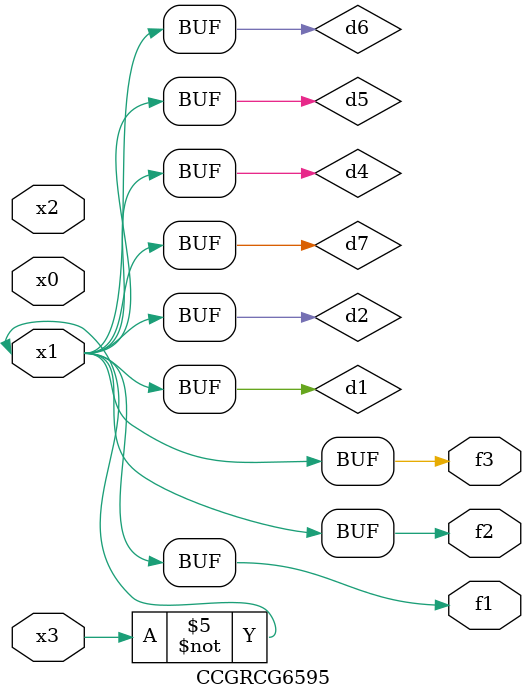
<source format=v>
module CCGRCG6595(
	input x0, x1, x2, x3,
	output f1, f2, f3
);

	wire d1, d2, d3, d4, d5, d6, d7;

	not (d1, x3);
	buf (d2, x1);
	xnor (d3, d1, d2);
	nor (d4, d1);
	buf (d5, d1, d2);
	buf (d6, d4, d5);
	nand (d7, d4);
	assign f1 = d6;
	assign f2 = d7;
	assign f3 = d6;
endmodule

</source>
